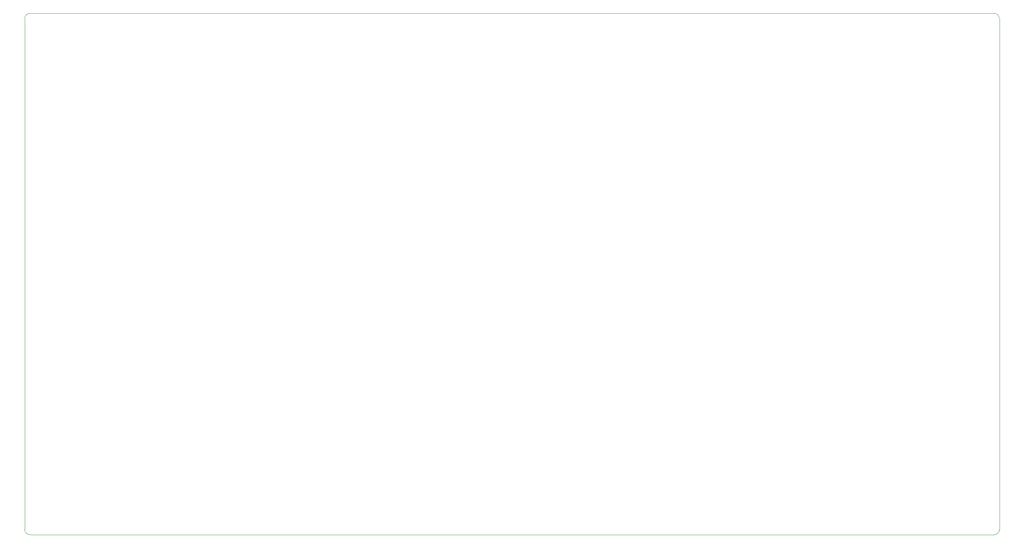
<source format=gbr>
%TF.GenerationSoftware,KiCad,Pcbnew,(6.0.1)*%
%TF.CreationDate,2023-04-04T23:27:17+09:00*%
%TF.ProjectId,MAXCON-zero,4d415843-4f4e-42d7-9a65-726f2e6b6963,rev?*%
%TF.SameCoordinates,Original*%
%TF.FileFunction,Legend,Bot*%
%TF.FilePolarity,Positive*%
%FSLAX46Y46*%
G04 Gerber Fmt 4.6, Leading zero omitted, Abs format (unit mm)*
G04 Created by KiCad (PCBNEW (6.0.1)) date 2023-04-04 23:27:17*
%MOMM*%
%LPD*%
G01*
G04 APERTURE LIST*
%TA.AperFunction,Profile*%
%ADD10C,0.100000*%
%TD*%
G04 APERTURE END LIST*
D10*
X22860000Y-29210000D02*
G75*
G03*
X21590000Y-30480000I-66J-1269934D01*
G01*
X251460000Y-30480000D02*
X251460000Y-151280000D01*
X250190000Y-152400000D02*
G75*
G03*
X251460000Y-151280000I0J1280045D01*
G01*
X21590000Y-151130000D02*
G75*
G03*
X22860000Y-152400000I1269999J-1D01*
G01*
X21590000Y-30480000D02*
X21590000Y-151130000D01*
X250190000Y-152400000D02*
X22860000Y-152400000D01*
X251460000Y-30480000D02*
G75*
G03*
X250200000Y-29200000I-1280125J33D01*
G01*
X144780000Y-29210000D02*
X250200000Y-29200000D01*
X128270000Y-29210000D02*
X22860000Y-29210000D01*
X128270000Y-29210000D02*
X144780000Y-29210000D01*
M02*

</source>
